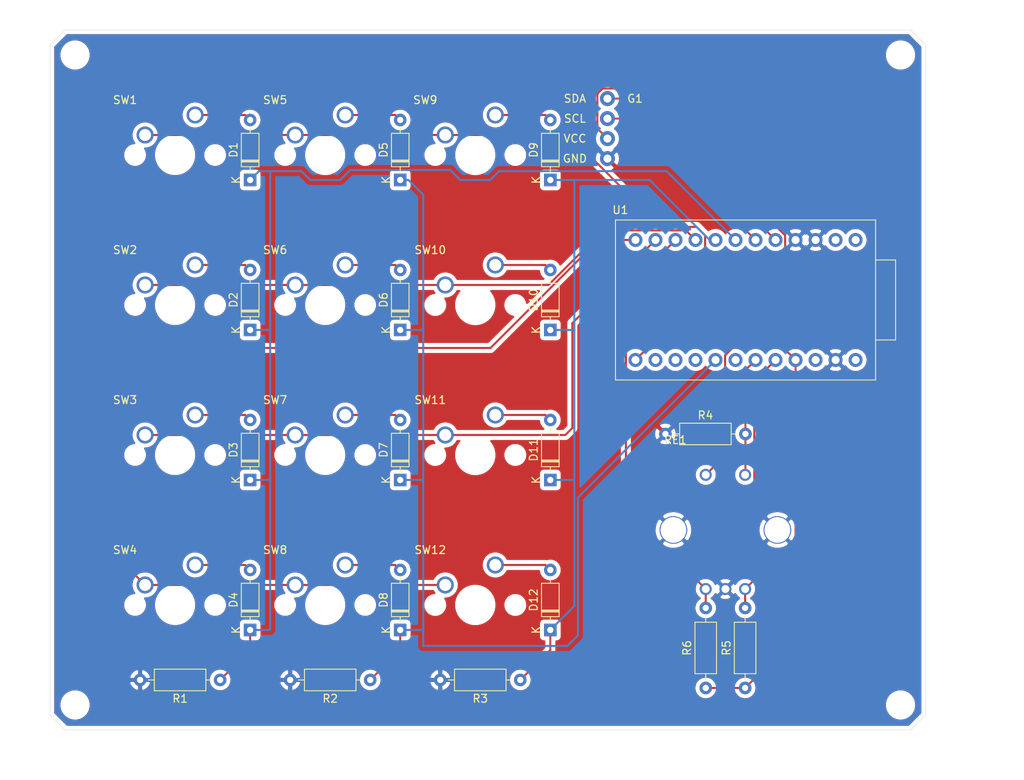
<source format=kicad_pcb>
(kicad_pcb (version 20171130) (host pcbnew "(5.1.9)-1")
  (layers (0 F.Cu signal) (31 B.Cu signal) (34 B.Paste user) (35 F.Paste user) (36 B.SilkS user) (37 F.SilkS user) (38 B.Mask user) (39 F.Mask user) (44 Edge.Cuts user))
  (net 0 "")
  (net 1 "Net-(D1-Pad2)")
  (net 2 /COL0)
  (net 3 "Net-(D2-Pad2)")
  (net 4 "Net-(D3-Pad2)")
  (net 5 "Net-(D4-Pad2)")
  (net 6 /COL1)
  (net 7 "Net-(D5-Pad2)")
  (net 8 "Net-(D6-Pad2)")
  (net 9 "Net-(D7-Pad2)")
  (net 10 "Net-(D8-Pad2)")
  (net 11 "Net-(D9-Pad2)")
  (net 12 /COL2)
  (net 13 "Net-(D10-Pad2)")
  (net 14 "Net-(D11-Pad2)")
  (net 15 "Net-(D12-Pad2)")
  (net 16 GND)
  (net 17 "Net-(R4-Pad2)")
  (net 18 "Net-(R5-Pad2)")
  (net 19 VCC)
  (net 20 /EN_CLK)
  (net 21 /ROW0)
  (net 22 /ROW1)
  (net 23 /ROW2)
  (net 24 /ROW3)
  (net 25 "Net-(U1-Pad1)")
  (net 26 "Net-(U1-Pad2)")
  (net 27 "Net-(U1-Pad14)")
  (net 28 "Net-(U1-Pad15)")
  (net 29 "Net-(U1-Pad16)")
  (net 30 "Net-(U1-Pad18)")
  (net 31 "Net-(U1-Pad22)")
  (net 32 "Net-(U1-Pad24)")
  (net 33 /SDA)
  (net 34 /SCL)
  (module keyboardLib:thinOLED (layer F.Cu) (at 113.6142 37.9222)
    (fp_text reference G1 (at -13.97 -3.81) (layer F.SilkS))
    (fp_text value thinOLED)
    (fp_text user GND (at -21.59 3.81) (layer F.SilkS))
    (fp_text user VCC (at -21.59 1.27) (layer F.SilkS))
    (fp_text user SCL (at -21.59 -1.27) (layer F.SilkS))
    (fp_text user SDA (at -21.59 -3.81) (layer F.SilkS))
    (pad 4 thru_hole circle (at -17.4625 3.81) (size 1.905 1.905) (drill 1.016) (layers *.Cu *.Mask) (net 16 GND))
    (pad 3 thru_hole circle (at -17.4625 1.27) (size 1.905 1.905) (drill 1.016) (layers *.Cu *.Mask) (net 19 VCC))
    (pad 2 thru_hole circle (at -17.4625 -1.27) (size 1.905 1.905) (drill 1.016) (layers *.Cu *.Mask) (net 34 /SCL))
    (pad 1 thru_hole circle (at -17.4625 -3.81) (size 1.905 1.905) (drill 1.016) (layers *.Cu *.Mask) (net 33 /SDA))
  )
  (module MountingHole:MountingHole_2.7mm (layer F.Cu) (at 133.35 28.575)
    (fp_text reference REF**)
    (fp_text value MountingHole_2.7mm)
    (pad 1 np_thru_hole circle (at 0 0) (size 2.7 2.7) (drill 2.7) (layers *.Cu *.Mask))
  )
  (module MountingHole:MountingHole_2.7mm (layer F.Cu) (at 28.575 111.125)
    (fp_text reference REF**)
    (fp_text value MountingHole_2.7mm)
    (pad 1 np_thru_hole circle (at 0 0) (size 2.7 2.7) (drill 2.7) (layers *.Cu *.Mask))
  )
  (module MountingHole:MountingHole_2.7mm (layer F.Cu) (at 28.575 28.575)
    (fp_text reference REF**)
    (fp_text value MountingHole_2.7mm)
    (pad 1 np_thru_hole circle (at 0 0) (size 2.7 2.7) (drill 2.7) (layers *.Cu *.Mask))
  )
  (module MountingHole:MountingHole_2.7mm (layer F.Cu) (at 133.35 111.125)
    (fp_text reference REF**)
    (fp_text value MountingHole_2.7mm)
    (pad 1 np_thru_hole circle (at 0 0) (size 2.7 2.7) (drill 2.7) (layers *.Cu *.Mask))
  )
  (module keyboardLib:cherryMX (layer F.Cu) (at 41.275 41.275)
    (fp_text reference SW1 (at -6.35 -6.985) (layer F.SilkS))
    (fp_text value SW_Push)
    (pad "" np_thru_hole circle (at 5.08 0) (size 1.7526 1.7526) (drill 1.7526) (layers *.Cu *.Mask))
    (pad "" np_thru_hole circle (at -5.08 0) (size 1.7526 1.7526) (drill 1.7526) (layers *.Cu *.Mask))
    (pad "" np_thru_hole circle (at 0 0) (size 4.0894 4.0894) (drill 4.0894) (layers *.Cu *.Mask))
    (pad 2 thru_hole circle (at 2.54 -5.08) (size 2.159 2.159) (drill 1.524) (layers *.Cu *.Mask) (net 1 "Net-(D1-Pad2)"))
    (pad 1 thru_hole circle (at -3.81 -2.54) (size 2.159 2.159) (drill 1.524) (layers *.Cu *.Mask) (net 21 /ROW0))
  )
  (module keyboardLib:cherryMX (layer F.Cu) (at 41.275 60.325)
    (fp_text reference SW2 (at -6.35 -6.985) (layer F.SilkS))
    (fp_text value SW_Push)
    (pad "" np_thru_hole circle (at 5.08 0) (size 1.7526 1.7526) (drill 1.7526) (layers *.Cu *.Mask))
    (pad "" np_thru_hole circle (at -5.08 0) (size 1.7526 1.7526) (drill 1.7526) (layers *.Cu *.Mask))
    (pad "" np_thru_hole circle (at 0 0) (size 4.0894 4.0894) (drill 4.0894) (layers *.Cu *.Mask))
    (pad 2 thru_hole circle (at 2.54 -5.08) (size 2.159 2.159) (drill 1.524) (layers *.Cu *.Mask) (net 3 "Net-(D2-Pad2)"))
    (pad 1 thru_hole circle (at -3.81 -2.54) (size 2.159 2.159) (drill 1.524) (layers *.Cu *.Mask) (net 22 /ROW1))
  )
  (module keyboardLib:ProMicro (layer F.Cu) (at 130.1877 57.15 270)
    (fp_text reference U1 (at -8.89 32.3977 180) (layer F.SilkS))
    (fp_text value ProMicro)
    (fp_line (start -7.62 33.02) (end -7.62 0) (layer F.SilkS) (width 0.12))
    (fp_line (start -7.62 0) (end 12.7 0) (layer F.SilkS) (width 0.12))
    (fp_line (start 12.7 0) (end 12.7 33.02) (layer F.SilkS) (width 0.12))
    (fp_line (start 12.7 33.02) (end -7.62 33.02) (layer F.SilkS) (width 0.12))
    (fp_line (start -2.54 0) (end -2.54 -2.54) (layer F.SilkS) (width 0.12))
    (fp_line (start -2.54 -2.54) (end 7.62 -2.54) (layer F.SilkS) (width 0.12))
    (fp_line (start 7.62 -2.54) (end 7.62 0) (layer F.SilkS) (width 0.12))
    (pad 24 thru_hole circle (at 10.16 2.54 270) (size 1.778 1.778) (drill 1.016) (layers *.Cu *.Mask) (net 32 "Net-(U1-Pad24)"))
    (pad 23 thru_hole circle (at 10.16 5.08 270) (size 1.778 1.778) (drill 1.016) (layers *.Cu *.Mask) (net 16 GND))
    (pad 22 thru_hole circle (at 10.16 7.62 270) (size 1.778 1.778) (drill 1.016) (layers *.Cu *.Mask) (net 31 "Net-(U1-Pad22)"))
    (pad 21 thru_hole circle (at 10.16 10.16 270) (size 1.778 1.778) (drill 1.016) (layers *.Cu *.Mask) (net 19 VCC))
    (pad 20 thru_hole circle (at 10.16 12.7 270) (size 1.778 1.778) (drill 1.016) (layers *.Cu *.Mask) (net 18 "Net-(R5-Pad2)"))
    (pad 19 thru_hole circle (at 10.16 15.24 270) (size 1.778 1.778) (drill 1.016) (layers *.Cu *.Mask) (net 17 "Net-(R4-Pad2)"))
    (pad 18 thru_hole circle (at 10.16 17.78 270) (size 1.778 1.778) (drill 1.016) (layers *.Cu *.Mask) (net 30 "Net-(U1-Pad18)"))
    (pad 17 thru_hole circle (at 10.16 20.32 270) (size 1.778 1.778) (drill 1.016) (layers *.Cu *.Mask) (net 6 /COL1))
    (pad 16 thru_hole circle (at 10.16 22.86 270) (size 1.778 1.778) (drill 1.016) (layers *.Cu *.Mask) (net 29 "Net-(U1-Pad16)"))
    (pad 15 thru_hole circle (at 10.16 25.4 270) (size 1.778 1.778) (drill 1.016) (layers *.Cu *.Mask) (net 28 "Net-(U1-Pad15)"))
    (pad 14 thru_hole circle (at 10.16 27.94 270) (size 1.778 1.778) (drill 1.016) (layers *.Cu *.Mask) (net 27 "Net-(U1-Pad14)"))
    (pad 13 thru_hole circle (at 10.16 30.48 270) (size 1.778 1.778) (drill 1.016) (layers *.Cu *.Mask) (net 21 /ROW0))
    (pad 12 thru_hole circle (at -5.08 30.48 270) (size 1.778 1.778) (drill 1.016) (layers *.Cu *.Mask) (net 24 /ROW3))
    (pad 11 thru_hole circle (at -5.08 27.94 270) (size 1.778 1.778) (drill 1.016) (layers *.Cu *.Mask) (net 23 /ROW2))
    (pad 10 thru_hole circle (at -5.08 25.4 270) (size 1.778 1.778) (drill 1.016) (layers *.Cu *.Mask) (net 20 /EN_CLK))
    (pad 9 thru_hole circle (at -5.08 22.86 270) (size 1.778 1.778) (drill 1.016) (layers *.Cu *.Mask) (net 22 /ROW1))
    (pad 8 thru_hole circle (at -5.08 20.32 270) (size 1.778 1.778) (drill 1.016) (layers *.Cu *.Mask) (net 12 /COL2))
    (pad 7 thru_hole circle (at -5.08 17.78 270) (size 1.778 1.778) (drill 1.016) (layers *.Cu *.Mask) (net 2 /COL0))
    (pad 6 thru_hole circle (at -5.08 15.24 270) (size 1.778 1.778) (drill 1.016) (layers *.Cu *.Mask) (net 34 /SCL))
    (pad 5 thru_hole circle (at -5.08 12.7 270) (size 1.778 1.778) (drill 1.016) (layers *.Cu *.Mask) (net 33 /SDA))
    (pad 4 thru_hole circle (at -5.08 10.16 270) (size 1.778 1.778) (drill 1.016) (layers *.Cu *.Mask) (net 16 GND))
    (pad 3 thru_hole circle (at -5.08 7.62 270) (size 1.778 1.778) (drill 1.016) (layers *.Cu *.Mask) (net 16 GND))
    (pad 2 thru_hole circle (at -5.08 5.08 270) (size 1.778 1.778) (drill 1.016) (layers *.Cu *.Mask) (net 26 "Net-(U1-Pad2)"))
    (pad 1 thru_hole circle (at -5.08 2.54 270) (size 1.778 1.778) (drill 1.016) (layers *.Cu *.Mask) (net 25 "Net-(U1-Pad1)"))
  )
  (module keyboardLib:cherryMX (layer F.Cu) (at 60.325 98.425)
    (fp_text reference SW8 (at -6.35 -6.985) (layer F.SilkS))
    (fp_text value SW_Push)
    (pad "" np_thru_hole circle (at 5.08 0) (size 1.7526 1.7526) (drill 1.7526) (layers *.Cu *.Mask))
    (pad "" np_thru_hole circle (at -5.08 0) (size 1.7526 1.7526) (drill 1.7526) (layers *.Cu *.Mask))
    (pad "" np_thru_hole circle (at 0 0) (size 4.0894 4.0894) (drill 4.0894) (layers *.Cu *.Mask))
    (pad 2 thru_hole circle (at 2.54 -5.08) (size 2.159 2.159) (drill 1.524) (layers *.Cu *.Mask) (net 10 "Net-(D8-Pad2)"))
    (pad 1 thru_hole circle (at -3.81 -2.54) (size 2.159 2.159) (drill 1.524) (layers *.Cu *.Mask) (net 24 /ROW3))
  )
  (module keyboardLib:cherryMX (layer F.Cu) (at 60.325 79.375)
    (fp_text reference SW7 (at -6.35 -6.985) (layer F.SilkS))
    (fp_text value SW_Push)
    (pad "" np_thru_hole circle (at 5.08 0) (size 1.7526 1.7526) (drill 1.7526) (layers *.Cu *.Mask))
    (pad "" np_thru_hole circle (at -5.08 0) (size 1.7526 1.7526) (drill 1.7526) (layers *.Cu *.Mask))
    (pad "" np_thru_hole circle (at 0 0) (size 4.0894 4.0894) (drill 4.0894) (layers *.Cu *.Mask))
    (pad 2 thru_hole circle (at 2.54 -5.08) (size 2.159 2.159) (drill 1.524) (layers *.Cu *.Mask) (net 9 "Net-(D7-Pad2)"))
    (pad 1 thru_hole circle (at -3.81 -2.54) (size 2.159 2.159) (drill 1.524) (layers *.Cu *.Mask) (net 23 /ROW2))
  )
  (module Diode_THT:D_DO-35_SOD27_P7.62mm_Horizontal (layer F.Cu) (at 50.8 44.45 90)
    (fp_text reference D1 (at 3.81 -2.12 90) (layer F.SilkS))
    (fp_text value D)
    (fp_text user K (at 0 -1.8 90) (layer F.SilkS))
    (fp_line (start 1.69 -1.12) (end 1.69 1.12) (layer F.SilkS) (width 0.12))
    (fp_line (start 1.69 1.12) (end 5.93 1.12) (layer F.SilkS) (width 0.12))
    (fp_line (start 5.93 1.12) (end 5.93 -1.12) (layer F.SilkS) (width 0.12))
    (fp_line (start 5.93 -1.12) (end 1.69 -1.12) (layer F.SilkS) (width 0.12))
    (fp_line (start 1.04 0) (end 1.69 0) (layer F.SilkS) (width 0.12))
    (fp_line (start 6.58 0) (end 5.93 0) (layer F.SilkS) (width 0.12))
    (fp_line (start 2.41 -1.12) (end 2.41 1.12) (layer F.SilkS) (width 0.12))
    (fp_line (start 2.53 -1.12) (end 2.53 1.12) (layer F.SilkS) (width 0.12))
    (fp_line (start 2.29 -1.12) (end 2.29 1.12) (layer F.SilkS) (width 0.12))
    (pad 2 thru_hole oval (at 7.62 0 90) (size 1.6 1.6) (drill 0.8) (layers *.Cu *.Mask) (net 1 "Net-(D1-Pad2)"))
    (pad 1 thru_hole rect (at 0 0 90) (size 1.6 1.6) (drill 0.8) (layers *.Cu *.Mask) (net 2 /COL0))
  )
  (module Diode_THT:D_DO-35_SOD27_P7.62mm_Horizontal (layer F.Cu) (at 50.8 63.5 90)
    (fp_text reference D2 (at 3.81 -2.12 90) (layer F.SilkS))
    (fp_text value D)
    (fp_text user K (at 0 -1.8 90) (layer F.SilkS))
    (fp_line (start 1.69 -1.12) (end 1.69 1.12) (layer F.SilkS) (width 0.12))
    (fp_line (start 1.69 1.12) (end 5.93 1.12) (layer F.SilkS) (width 0.12))
    (fp_line (start 5.93 1.12) (end 5.93 -1.12) (layer F.SilkS) (width 0.12))
    (fp_line (start 5.93 -1.12) (end 1.69 -1.12) (layer F.SilkS) (width 0.12))
    (fp_line (start 1.04 0) (end 1.69 0) (layer F.SilkS) (width 0.12))
    (fp_line (start 6.58 0) (end 5.93 0) (layer F.SilkS) (width 0.12))
    (fp_line (start 2.41 -1.12) (end 2.41 1.12) (layer F.SilkS) (width 0.12))
    (fp_line (start 2.53 -1.12) (end 2.53 1.12) (layer F.SilkS) (width 0.12))
    (fp_line (start 2.29 -1.12) (end 2.29 1.12) (layer F.SilkS) (width 0.12))
    (pad 2 thru_hole oval (at 7.62 0 90) (size 1.6 1.6) (drill 0.8) (layers *.Cu *.Mask) (net 3 "Net-(D2-Pad2)"))
    (pad 1 thru_hole rect (at 0 0 90) (size 1.6 1.6) (drill 0.8) (layers *.Cu *.Mask) (net 2 /COL0))
  )
  (module Diode_THT:D_DO-35_SOD27_P7.62mm_Horizontal (layer F.Cu) (at 50.8 82.55 90)
    (fp_text reference D3 (at 3.81 -2.12 90) (layer F.SilkS))
    (fp_text value D)
    (fp_text user K (at 0 -1.8 90) (layer F.SilkS))
    (fp_line (start 1.69 -1.12) (end 1.69 1.12) (layer F.SilkS) (width 0.12))
    (fp_line (start 1.69 1.12) (end 5.93 1.12) (layer F.SilkS) (width 0.12))
    (fp_line (start 5.93 1.12) (end 5.93 -1.12) (layer F.SilkS) (width 0.12))
    (fp_line (start 5.93 -1.12) (end 1.69 -1.12) (layer F.SilkS) (width 0.12))
    (fp_line (start 1.04 0) (end 1.69 0) (layer F.SilkS) (width 0.12))
    (fp_line (start 6.58 0) (end 5.93 0) (layer F.SilkS) (width 0.12))
    (fp_line (start 2.41 -1.12) (end 2.41 1.12) (layer F.SilkS) (width 0.12))
    (fp_line (start 2.53 -1.12) (end 2.53 1.12) (layer F.SilkS) (width 0.12))
    (fp_line (start 2.29 -1.12) (end 2.29 1.12) (layer F.SilkS) (width 0.12))
    (pad 2 thru_hole oval (at 7.62 0 90) (size 1.6 1.6) (drill 0.8) (layers *.Cu *.Mask) (net 4 "Net-(D3-Pad2)"))
    (pad 1 thru_hole rect (at 0 0 90) (size 1.6 1.6) (drill 0.8) (layers *.Cu *.Mask) (net 2 /COL0))
  )
  (module Diode_THT:D_DO-35_SOD27_P7.62mm_Horizontal (layer F.Cu) (at 50.8 101.6 90)
    (fp_text reference D4 (at 3.81 -2.12 90) (layer F.SilkS))
    (fp_text value D)
    (fp_text user K (at 0 -1.8 90) (layer F.SilkS))
    (fp_line (start 1.69 -1.12) (end 1.69 1.12) (layer F.SilkS) (width 0.12))
    (fp_line (start 1.69 1.12) (end 5.93 1.12) (layer F.SilkS) (width 0.12))
    (fp_line (start 5.93 1.12) (end 5.93 -1.12) (layer F.SilkS) (width 0.12))
    (fp_line (start 5.93 -1.12) (end 1.69 -1.12) (layer F.SilkS) (width 0.12))
    (fp_line (start 1.04 0) (end 1.69 0) (layer F.SilkS) (width 0.12))
    (fp_line (start 6.58 0) (end 5.93 0) (layer F.SilkS) (width 0.12))
    (fp_line (start 2.41 -1.12) (end 2.41 1.12) (layer F.SilkS) (width 0.12))
    (fp_line (start 2.53 -1.12) (end 2.53 1.12) (layer F.SilkS) (width 0.12))
    (fp_line (start 2.29 -1.12) (end 2.29 1.12) (layer F.SilkS) (width 0.12))
    (pad 2 thru_hole oval (at 7.62 0 90) (size 1.6 1.6) (drill 0.8) (layers *.Cu *.Mask) (net 5 "Net-(D4-Pad2)"))
    (pad 1 thru_hole rect (at 0 0 90) (size 1.6 1.6) (drill 0.8) (layers *.Cu *.Mask) (net 2 /COL0))
  )
  (module Diode_THT:D_DO-35_SOD27_P7.62mm_Horizontal (layer F.Cu) (at 69.85 44.45 90)
    (fp_text reference D5 (at 3.81 -2.12 90) (layer F.SilkS))
    (fp_text value D)
    (fp_text user K (at 0 -1.8 90) (layer F.SilkS))
    (fp_line (start 1.69 -1.12) (end 1.69 1.12) (layer F.SilkS) (width 0.12))
    (fp_line (start 1.69 1.12) (end 5.93 1.12) (layer F.SilkS) (width 0.12))
    (fp_line (start 5.93 1.12) (end 5.93 -1.12) (layer F.SilkS) (width 0.12))
    (fp_line (start 5.93 -1.12) (end 1.69 -1.12) (layer F.SilkS) (width 0.12))
    (fp_line (start 1.04 0) (end 1.69 0) (layer F.SilkS) (width 0.12))
    (fp_line (start 6.58 0) (end 5.93 0) (layer F.SilkS) (width 0.12))
    (fp_line (start 2.41 -1.12) (end 2.41 1.12) (layer F.SilkS) (width 0.12))
    (fp_line (start 2.53 -1.12) (end 2.53 1.12) (layer F.SilkS) (width 0.12))
    (fp_line (start 2.29 -1.12) (end 2.29 1.12) (layer F.SilkS) (width 0.12))
    (pad 2 thru_hole oval (at 7.62 0 90) (size 1.6 1.6) (drill 0.8) (layers *.Cu *.Mask) (net 7 "Net-(D5-Pad2)"))
    (pad 1 thru_hole rect (at 0 0 90) (size 1.6 1.6) (drill 0.8) (layers *.Cu *.Mask) (net 6 /COL1))
  )
  (module Diode_THT:D_DO-35_SOD27_P7.62mm_Horizontal (layer F.Cu) (at 69.85 63.5 90)
    (fp_text reference D6 (at 3.81 -2.12 90) (layer F.SilkS))
    (fp_text value D)
    (fp_text user K (at 0 -1.8 90) (layer F.SilkS))
    (fp_line (start 1.69 -1.12) (end 1.69 1.12) (layer F.SilkS) (width 0.12))
    (fp_line (start 1.69 1.12) (end 5.93 1.12) (layer F.SilkS) (width 0.12))
    (fp_line (start 5.93 1.12) (end 5.93 -1.12) (layer F.SilkS) (width 0.12))
    (fp_line (start 5.93 -1.12) (end 1.69 -1.12) (layer F.SilkS) (width 0.12))
    (fp_line (start 1.04 0) (end 1.69 0) (layer F.SilkS) (width 0.12))
    (fp_line (start 6.58 0) (end 5.93 0) (layer F.SilkS) (width 0.12))
    (fp_line (start 2.41 -1.12) (end 2.41 1.12) (layer F.SilkS) (width 0.12))
    (fp_line (start 2.53 -1.12) (end 2.53 1.12) (layer F.SilkS) (width 0.12))
    (fp_line (start 2.29 -1.12) (end 2.29 1.12) (layer F.SilkS) (width 0.12))
    (pad 2 thru_hole oval (at 7.62 0 90) (size 1.6 1.6) (drill 0.8) (layers *.Cu *.Mask) (net 8 "Net-(D6-Pad2)"))
    (pad 1 thru_hole rect (at 0 0 90) (size 1.6 1.6) (drill 0.8) (layers *.Cu *.Mask) (net 6 /COL1))
  )
  (module Diode_THT:D_DO-35_SOD27_P7.62mm_Horizontal (layer F.Cu) (at 69.85 82.55 90)
    (fp_text reference D7 (at 3.81 -2.12 90) (layer F.SilkS))
    (fp_text value D)
    (fp_text user K (at 0 -1.8 90) (layer F.SilkS))
    (fp_line (start 1.69 -1.12) (end 1.69 1.12) (layer F.SilkS) (width 0.12))
    (fp_line (start 1.69 1.12) (end 5.93 1.12) (layer F.SilkS) (width 0.12))
    (fp_line (start 5.93 1.12) (end 5.93 -1.12) (layer F.SilkS) (width 0.12))
    (fp_line (start 5.93 -1.12) (end 1.69 -1.12) (layer F.SilkS) (width 0.12))
    (fp_line (start 1.04 0) (end 1.69 0) (layer F.SilkS) (width 0.12))
    (fp_line (start 6.58 0) (end 5.93 0) (layer F.SilkS) (width 0.12))
    (fp_line (start 2.41 -1.12) (end 2.41 1.12) (layer F.SilkS) (width 0.12))
    (fp_line (start 2.53 -1.12) (end 2.53 1.12) (layer F.SilkS) (width 0.12))
    (fp_line (start 2.29 -1.12) (end 2.29 1.12) (layer F.SilkS) (width 0.12))
    (pad 2 thru_hole oval (at 7.62 0 90) (size 1.6 1.6) (drill 0.8) (layers *.Cu *.Mask) (net 9 "Net-(D7-Pad2)"))
    (pad 1 thru_hole rect (at 0 0 90) (size 1.6 1.6) (drill 0.8) (layers *.Cu *.Mask) (net 6 /COL1))
  )
  (module Diode_THT:D_DO-35_SOD27_P7.62mm_Horizontal (layer F.Cu) (at 69.85 101.6 90)
    (fp_text reference D8 (at 3.81 -2.12 90) (layer F.SilkS))
    (fp_text value D)
    (fp_text user K (at 0 -1.8 90) (layer F.SilkS))
    (fp_line (start 1.69 -1.12) (end 1.69 1.12) (layer F.SilkS) (width 0.12))
    (fp_line (start 1.69 1.12) (end 5.93 1.12) (layer F.SilkS) (width 0.12))
    (fp_line (start 5.93 1.12) (end 5.93 -1.12) (layer F.SilkS) (width 0.12))
    (fp_line (start 5.93 -1.12) (end 1.69 -1.12) (layer F.SilkS) (width 0.12))
    (fp_line (start 1.04 0) (end 1.69 0) (layer F.SilkS) (width 0.12))
    (fp_line (start 6.58 0) (end 5.93 0) (layer F.SilkS) (width 0.12))
    (fp_line (start 2.41 -1.12) (end 2.41 1.12) (layer F.SilkS) (width 0.12))
    (fp_line (start 2.53 -1.12) (end 2.53 1.12) (layer F.SilkS) (width 0.12))
    (fp_line (start 2.29 -1.12) (end 2.29 1.12) (layer F.SilkS) (width 0.12))
    (pad 2 thru_hole oval (at 7.62 0 90) (size 1.6 1.6) (drill 0.8) (layers *.Cu *.Mask) (net 10 "Net-(D8-Pad2)"))
    (pad 1 thru_hole rect (at 0 0 90) (size 1.6 1.6) (drill 0.8) (layers *.Cu *.Mask) (net 6 /COL1))
  )
  (module Diode_THT:D_DO-35_SOD27_P7.62mm_Horizontal (layer F.Cu) (at 88.9 44.45 90)
    (fp_text reference D9 (at 3.81 -2.12 90) (layer F.SilkS))
    (fp_text value D)
    (fp_text user K (at 0 -1.8 90) (layer F.SilkS))
    (fp_line (start 1.69 -1.12) (end 1.69 1.12) (layer F.SilkS) (width 0.12))
    (fp_line (start 1.69 1.12) (end 5.93 1.12) (layer F.SilkS) (width 0.12))
    (fp_line (start 5.93 1.12) (end 5.93 -1.12) (layer F.SilkS) (width 0.12))
    (fp_line (start 5.93 -1.12) (end 1.69 -1.12) (layer F.SilkS) (width 0.12))
    (fp_line (start 1.04 0) (end 1.69 0) (layer F.SilkS) (width 0.12))
    (fp_line (start 6.58 0) (end 5.93 0) (layer F.SilkS) (width 0.12))
    (fp_line (start 2.41 -1.12) (end 2.41 1.12) (layer F.SilkS) (width 0.12))
    (fp_line (start 2.53 -1.12) (end 2.53 1.12) (layer F.SilkS) (width 0.12))
    (fp_line (start 2.29 -1.12) (end 2.29 1.12) (layer F.SilkS) (width 0.12))
    (pad 2 thru_hole oval (at 7.62 0 90) (size 1.6 1.6) (drill 0.8) (layers *.Cu *.Mask) (net 11 "Net-(D9-Pad2)"))
    (pad 1 thru_hole rect (at 0 0 90) (size 1.6 1.6) (drill 0.8) (layers *.Cu *.Mask) (net 12 /COL2))
  )
  (module Diode_THT:D_DO-35_SOD27_P7.62mm_Horizontal (layer F.Cu) (at 88.9 63.5 90)
    (fp_text reference D10 (at 3.81 -2.12 90) (layer F.SilkS))
    (fp_text value D)
    (fp_text user K (at 0 -1.8 90) (layer F.SilkS))
    (fp_line (start 1.69 -1.12) (end 1.69 1.12) (layer F.SilkS) (width 0.12))
    (fp_line (start 1.69 1.12) (end 5.93 1.12) (layer F.SilkS) (width 0.12))
    (fp_line (start 5.93 1.12) (end 5.93 -1.12) (layer F.SilkS) (width 0.12))
    (fp_line (start 5.93 -1.12) (end 1.69 -1.12) (layer F.SilkS) (width 0.12))
    (fp_line (start 1.04 0) (end 1.69 0) (layer F.SilkS) (width 0.12))
    (fp_line (start 6.58 0) (end 5.93 0) (layer F.SilkS) (width 0.12))
    (fp_line (start 2.41 -1.12) (end 2.41 1.12) (layer F.SilkS) (width 0.12))
    (fp_line (start 2.53 -1.12) (end 2.53 1.12) (layer F.SilkS) (width 0.12))
    (fp_line (start 2.29 -1.12) (end 2.29 1.12) (layer F.SilkS) (width 0.12))
    (pad 2 thru_hole oval (at 7.62 0 90) (size 1.6 1.6) (drill 0.8) (layers *.Cu *.Mask) (net 13 "Net-(D10-Pad2)"))
    (pad 1 thru_hole rect (at 0 0 90) (size 1.6 1.6) (drill 0.8) (layers *.Cu *.Mask) (net 12 /COL2))
  )
  (module Diode_THT:D_DO-35_SOD27_P7.62mm_Horizontal (layer F.Cu) (at 88.9 82.55 90)
    (fp_text reference D11 (at 3.81 -2.12 90) (layer F.SilkS))
    (fp_text value D)
    (fp_text user K (at 0 -1.8 90) (layer F.SilkS))
    (fp_line (start 1.69 -1.12) (end 1.69 1.12) (layer F.SilkS) (width 0.12))
    (fp_line (start 1.69 1.12) (end 5.93 1.12) (layer F.SilkS) (width 0.12))
    (fp_line (start 5.93 1.12) (end 5.93 -1.12) (layer F.SilkS) (width 0.12))
    (fp_line (start 5.93 -1.12) (end 1.69 -1.12) (layer F.SilkS) (width 0.12))
    (fp_line (start 1.04 0) (end 1.69 0) (layer F.SilkS) (width 0.12))
    (fp_line (start 6.58 0) (end 5.93 0) (layer F.SilkS) (width 0.12))
    (fp_line (start 2.41 -1.12) (end 2.41 1.12) (layer F.SilkS) (width 0.12))
    (fp_line (start 2.53 -1.12) (end 2.53 1.12) (layer F.SilkS) (width 0.12))
    (fp_line (start 2.29 -1.12) (end 2.29 1.12) (layer F.SilkS) (width 0.12))
    (pad 2 thru_hole oval (at 7.62 0 90) (size 1.6 1.6) (drill 0.8) (layers *.Cu *.Mask) (net 14 "Net-(D11-Pad2)"))
    (pad 1 thru_hole rect (at 0 0 90) (size 1.6 1.6) (drill 0.8) (layers *.Cu *.Mask) (net 12 /COL2))
  )
  (module Diode_THT:D_DO-35_SOD27_P7.62mm_Horizontal (layer F.Cu) (at 88.9 101.6 90)
    (fp_text reference D12 (at 3.81 -2.12 90) (layer F.SilkS))
    (fp_text value D)
    (fp_text user K (at 0 -1.8 90) (layer F.SilkS))
    (fp_line (start 1.69 -1.12) (end 1.69 1.12) (layer F.SilkS) (width 0.12))
    (fp_line (start 1.69 1.12) (end 5.93 1.12) (layer F.SilkS) (width 0.12))
    (fp_line (start 5.93 1.12) (end 5.93 -1.12) (layer F.SilkS) (width 0.12))
    (fp_line (start 5.93 -1.12) (end 1.69 -1.12) (layer F.SilkS) (width 0.12))
    (fp_line (start 1.04 0) (end 1.69 0) (layer F.SilkS) (width 0.12))
    (fp_line (start 6.58 0) (end 5.93 0) (layer F.SilkS) (width 0.12))
    (fp_line (start 2.41 -1.12) (end 2.41 1.12) (layer F.SilkS) (width 0.12))
    (fp_line (start 2.53 -1.12) (end 2.53 1.12) (layer F.SilkS) (width 0.12))
    (fp_line (start 2.29 -1.12) (end 2.29 1.12) (layer F.SilkS) (width 0.12))
    (pad 2 thru_hole oval (at 7.62 0 90) (size 1.6 1.6) (drill 0.8) (layers *.Cu *.Mask) (net 15 "Net-(D12-Pad2)"))
    (pad 1 thru_hole rect (at 0 0 90) (size 1.6 1.6) (drill 0.8) (layers *.Cu *.Mask) (net 12 /COL2))
  )
  (module Resistor_THT:R_Axial_DIN0207_L6.3mm_D2.5mm_P10.16mm_Horizontal (layer F.Cu) (at 46.99 107.95 180)
    (fp_text reference R1 (at 5.08 -2.37) (layer F.SilkS))
    (fp_text value R_US)
    (fp_line (start 1.81 -1.37) (end 1.81 1.37) (layer F.SilkS) (width 0.12))
    (fp_line (start 1.81 1.37) (end 8.35 1.37) (layer F.SilkS) (width 0.12))
    (fp_line (start 8.35 1.37) (end 8.35 -1.37) (layer F.SilkS) (width 0.12))
    (fp_line (start 8.35 -1.37) (end 1.81 -1.37) (layer F.SilkS) (width 0.12))
    (fp_line (start 1.04 0) (end 1.81 0) (layer F.SilkS) (width 0.12))
    (fp_line (start 9.12 0) (end 8.35 0) (layer F.SilkS) (width 0.12))
    (pad 2 thru_hole oval (at 10.16 0 180) (size 1.6 1.6) (drill 0.8) (layers *.Cu *.Mask) (net 16 GND))
    (pad 1 thru_hole circle (at 0 0 180) (size 1.6 1.6) (drill 0.8) (layers *.Cu *.Mask) (net 2 /COL0))
  )
  (module Resistor_THT:R_Axial_DIN0207_L6.3mm_D2.5mm_P10.16mm_Horizontal (layer F.Cu) (at 66.04 107.95 180)
    (fp_text reference R2 (at 5.08 -2.37) (layer F.SilkS))
    (fp_text value R_US)
    (fp_line (start 1.81 -1.37) (end 1.81 1.37) (layer F.SilkS) (width 0.12))
    (fp_line (start 1.81 1.37) (end 8.35 1.37) (layer F.SilkS) (width 0.12))
    (fp_line (start 8.35 1.37) (end 8.35 -1.37) (layer F.SilkS) (width 0.12))
    (fp_line (start 8.35 -1.37) (end 1.81 -1.37) (layer F.SilkS) (width 0.12))
    (fp_line (start 1.04 0) (end 1.81 0) (layer F.SilkS) (width 0.12))
    (fp_line (start 9.12 0) (end 8.35 0) (layer F.SilkS) (width 0.12))
    (pad 2 thru_hole oval (at 10.16 0 180) (size 1.6 1.6) (drill 0.8) (layers *.Cu *.Mask) (net 16 GND))
    (pad 1 thru_hole circle (at 0 0 180) (size 1.6 1.6) (drill 0.8) (layers *.Cu *.Mask) (net 6 /COL1))
  )
  (module Resistor_THT:R_Axial_DIN0207_L6.3mm_D2.5mm_P10.16mm_Horizontal (layer F.Cu) (at 85.09 107.95 180)
    (fp_text reference R3 (at 5.08 -2.37) (layer F.SilkS))
    (fp_text value R_US)
    (fp_line (start 1.81 -1.37) (end 1.81 1.37) (layer F.SilkS) (width 0.12))
    (fp_line (start 1.81 1.37) (end 8.35 1.37) (layer F.SilkS) (width 0.12))
    (fp_line (start 8.35 1.37) (end 8.35 -1.37) (layer F.SilkS) (width 0.12))
    (fp_line (start 8.35 -1.37) (end 1.81 -1.37) (layer F.SilkS) (width 0.12))
    (fp_line (start 1.04 0) (end 1.81 0) (layer F.SilkS) (width 0.12))
    (fp_line (start 9.12 0) (end 8.35 0) (layer F.SilkS) (width 0.12))
    (pad 2 thru_hole oval (at 10.16 0 180) (size 1.6 1.6) (drill 0.8) (layers *.Cu *.Mask) (net 16 GND))
    (pad 1 thru_hole circle (at 0 0 180) (size 1.6 1.6) (drill 0.8) (layers *.Cu *.Mask) (net 12 /COL2))
  )
  (module Resistor_THT:R_Axial_DIN0207_L6.3mm_D2.5mm_P10.16mm_Horizontal (layer F.Cu) (at 103.505 76.708)
    (fp_text reference R4 (at 5.08 -2.37) (layer F.SilkS))
    (fp_text value R_US)
    (fp_line (start 1.81 -1.37) (end 1.81 1.37) (layer F.SilkS) (width 0.12))
    (fp_line (start 1.81 1.37) (end 8.35 1.37) (layer F.SilkS) (width 0.12))
    (fp_line (start 8.35 1.37) (end 8.35 -1.37) (layer F.SilkS) (width 0.12))
    (fp_line (start 8.35 -1.37) (end 1.81 -1.37) (layer F.SilkS) (width 0.12))
    (fp_line (start 1.04 0) (end 1.81 0) (layer F.SilkS) (width 0.12))
    (fp_line (start 9.12 0) (end 8.35 0) (layer F.SilkS) (width 0.12))
    (pad 2 thru_hole oval (at 10.16 0) (size 1.6 1.6) (drill 0.8) (layers *.Cu *.Mask) (net 17 "Net-(R4-Pad2)"))
    (pad 1 thru_hole circle (at 0 0) (size 1.6 1.6) (drill 0.8) (layers *.Cu *.Mask) (net 16 GND))
  )
  (module Resistor_THT:R_Axial_DIN0207_L6.3mm_D2.5mm_P10.16mm_Horizontal (layer F.Cu) (at 113.625 108.966 90)
    (fp_text reference R5 (at 5.08 -2.37 90) (layer F.SilkS))
    (fp_text value R_US)
    (fp_line (start 1.81 -1.37) (end 1.81 1.37) (layer F.SilkS) (width 0.12))
    (fp_line (start 1.81 1.37) (end 8.35 1.37) (layer F.SilkS) (width 0.12))
    (fp_line (start 8.35 1.37) (end 8.35 -1.37) (layer F.SilkS) (width 0.12))
    (fp_line (start 8.35 -1.37) (end 1.81 -1.37) (layer F.SilkS) (width 0.12))
    (fp_line (start 1.04 0) (end 1.81 0) (layer F.SilkS) (width 0.12))
    (fp_line (start 9.12 0) (end 8.35 0) (layer F.SilkS) (width 0.12))
    (pad 2 thru_hole oval (at 10.16 0 90) (size 1.6 1.6) (drill 0.8) (layers *.Cu *.Mask) (net 18 "Net-(R5-Pad2)"))
    (pad 1 thru_hole circle (at 0 0 90) (size 1.6 1.6) (drill 0.8) (layers *.Cu *.Mask) (net 19 VCC))
  )
  (module Resistor_THT:R_Axial_DIN0207_L6.3mm_D2.5mm_P10.16mm_Horizontal (layer F.Cu) (at 108.625 108.966 90)
    (fp_text reference R6 (at 5.08 -2.37 90) (layer F.SilkS))
    (fp_text value R_US)
    (fp_line (start 1.81 -1.37) (end 1.81 1.37) (layer F.SilkS) (width 0.12))
    (fp_line (start 1.81 1.37) (end 8.35 1.37) (layer F.SilkS) (width 0.12))
    (fp_line (start 8.35 1.37) (end 8.35 -1.37) (layer F.SilkS) (width 0.12))
    (fp_line (start 8.35 -1.37) (end 1.81 -1.37) (layer F.SilkS) (width 0.12))
    (fp_line (start 1.04 0) (end 1.81 0) (layer F.SilkS) (width 0.12))
    (fp_line (start 9.12 0) (end 8.35 0) (layer F.SilkS) (width 0.12))
    (pad 2 thru_hole oval (at 10.16 0 90) (size 1.6 1.6) (drill 0.8) (layers *.Cu *.Mask) (net 20 /EN_CLK))
    (pad 1 thru_hole circle (at 0 0 90) (size 1.6 1.6) (drill 0.8) (layers *.Cu *.Mask) (net 19 VCC))
  )
  (module keyboardLib:REnc-PEC12R-Bourns (layer F.Cu) (at 111.125 88.9)
    (fp_text reference RE1 (at -6.35 -11.43) (layer F.SilkS))
    (fp_text value RotaryEncoderWButton)
    (pad 7 thru_hole circle (at -6.6 0) (size 3.5 3.5) (drill 3.25) (layers *.Cu *.Mask) (net 16 GND))
    (pad 6 thru_hole circle (at 6.6 0) (size 3.5 3.5) (drill 3.25) (layers *.Cu *.Mask) (net 16 GND))
    (pad 5 thru_hole circle (at -2.5 7.5) (size 1.524 1.524) (drill 1) (layers *.Cu *.Mask) (net 20 /EN_CLK))
    (pad 4 thru_hole circle (at 0 7.5) (size 1.524 1.524) (drill 1) (layers *.Cu *.Mask) (net 16 GND))
    (pad 3 thru_hole circle (at 2.5 7.5) (size 1.524 1.524) (drill 1) (layers *.Cu *.Mask) (net 18 "Net-(R5-Pad2)"))
    (pad 2 thru_hole circle (at 2.5 -7) (size 1.524 1.524) (drill 1) (layers *.Cu *.Mask) (net 17 "Net-(R4-Pad2)"))
    (pad 1 thru_hole circle (at -2.5 -7) (size 1.524 1.524) (drill 1) (layers *.Cu *.Mask) (net 19 VCC))
  )
  (module keyboardLib:cherryMX (layer F.Cu) (at 41.275 79.375)
    (fp_text reference SW3 (at -6.35 -6.985) (layer F.SilkS))
    (fp_text value SW_Push)
    (pad "" np_thru_hole circle (at 5.08 0) (size 1.7526 1.7526) (drill 1.7526) (layers *.Cu *.Mask))
    (pad "" np_thru_hole circle (at -5.08 0) (size 1.7526 1.7526) (drill 1.7526) (layers *.Cu *.Mask))
    (pad "" np_thru_hole circle (at 0 0) (size 4.0894 4.0894) (drill 4.0894) (layers *.Cu *.Mask))
    (pad 2 thru_hole circle (at 2.54 -5.08) (size 2.159 2.159) (drill 1.524) (layers *.Cu *.Mask) (net 4 "Net-(D3-Pad2)"))
    (pad 1 thru_hole circle (at -3.81 -2.54) (size 2.159 2.159) (drill 1.524) (layers *.Cu *.Mask) (net 23 /ROW2))
  )
  (module keyboardLib:cherryMX (layer F.Cu) (at 41.275 98.425)
    (fp_text reference SW4 (at -6.35 -6.985) (layer F.SilkS))
    (fp_text value SW_Push)
    (pad "" np_thru_hole circle (at 5.08 0) (size 1.7526 1.7526) (drill 1.7526) (layers *.Cu *.Mask))
    (pad "" np_thru_hole circle (at -5.08 0) (size 1.7526 1.7526) (drill 1.7526) (layers *.Cu *.Mask))
    (pad "" np_thru_hole circle (at 0 0) (size 4.0894 4.0894) (drill 4.0894) (layers *.Cu *.Mask))
    (pad 2 thru_hole circle (at 2.54 -5.08) (size 2.159 2.159) (drill 1.524) (layers *.Cu *.Mask) (net 5 "Net-(D4-Pad2)"))
    (pad 1 thru_hole circle (at -3.81 -2.54) (size 2.159 2.159) (drill 1.524) (layers *.Cu *.Mask) (net 24 /ROW3))
  )
  (module keyboardLib:cherryMX (layer F.Cu) (at 60.325 41.275)
    (fp_text reference SW5 (at -6.35 -6.985) (layer F.SilkS))
    (fp_text value SW_Push)
    (pad "" np_thru_hole circle (at 5.08 0) (size 1.7526 1.7526) (drill 1.7526) (layers *.Cu *.Mask))
    (pad "" np_thru_hole circle (at -5.08 0) (size 1.7526 1.7526) (drill 1.7526) (layers *.Cu *.Mask))
    (pad "" np_thru_hole circle (at 0 0) (size 4.0894 4.0894) (drill 4.0894) (layers *.Cu *.Mask))
    (pad 2 thru_hole circle (at 2.54 -5.08) (size 2.159 2.159) (drill 1.524) (layers *.Cu *.Mask) (net 7 "Net-(D5-Pad2)"))
    (pad 1 thru_hole circle (at -3.81 -2.54) (size 2.159 2.159) (drill 1.524) (layers *.Cu *.Mask) (net 21 /ROW0))
  )
  (module keyboardLib:cherryMX (layer F.Cu) (at 60.325 60.325)
    (fp_text reference SW6 (at -6.35 -6.985) (layer F.SilkS))
    (fp_text value SW_Push)
    (pad "" np_thru_hole circle (at 5.08 0) (size 1.7526 1.7526) (drill 1.7526) (layers *.Cu *.Mask))
    (pad "" np_thru_hole circle (at -5.08 0) (size 1.7526 1.7526) (drill 1.7526) (layers *.Cu *.Mask))
    (pad "" np_thru_hole circle (at 0 0) (size 4.0894 4.0894) (drill 4.0894) (layers *.Cu *.Mask))
    (pad 2 thru_hole circle (at 2.54 -5.08) (size 2.159 2.159) (drill 1.524) (layers *.Cu *.Mask) (net 8 "Net-(D6-Pad2)"))
    (pad 1 thru_hole circle (at -3.81 -2.54) (size 2.159 2.159) (drill 1.524) (layers *.Cu *.Mask) (net 22 /ROW1))
  )
  (module keyboardLib:cherryMX (layer F.Cu) (at 79.375 41.275)
    (fp_text reference SW9 (at -6.35 -6.985) (layer F.SilkS))
    (fp_text value SW_Push)
    (pad "" np_thru_hole circle (at 5.08 0) (size 1.7526 1.7526) (drill 1.7526) (layers *.Cu *.Mask))
    (pad "" np_thru_hole circle (at -5.08 0) (size 1.7526 1.7526) (drill 1.7526) (layers *.Cu *.Mask))
    (pad "" np_thru_hole circle (at 0 0) (size 4.0894 4.0894) (drill 4.0894) (layers *.Cu *.Mask))
    (pad 2 thru_hole circle (at 2.54 -5.08) (size 2.159 2.159) (drill 1.524) (layers *.Cu *.Mask) (net 11 "Net-(D9-Pad2)"))
    (pad 1 thru_hole circle (at -3.81 -2.54) (size 2.159 2.159) (drill 1.524) (layers *.Cu *.Mask) (net 21 /ROW0))
  )
  (module keyboardLib:cherryMX (layer F.Cu) (at 79.375 60.325)
    (fp_text reference SW10 (at -5.715 -6.985) (layer F.SilkS))
    (fp_text value SW_Push)
    (pad "" np_thru_hole circle (at 5.08 0) (size 1.7526 1.7526) (drill 1.7526) (layers *.Cu *.Mask))
    (pad "" np_thru_hole circle (at -5.08 0) (size 1.7526 1.7526) (drill 1.7526) (layers *.Cu *.Mask))
    (pad "" np_thru_hole circle (at 0 0) (size 4.0894 4.0894) (drill 4.0894) (layers *.Cu *.Mask))
    (pad 2 thru_hole circle (at 2.54 -5.08) (size 2.159 2.159) (drill 1.524) (layers *.Cu *.Mask) (net 13 "Net-(D10-Pad2)"))
    (pad 1 thru_hole circle (at -3.81 -2.54) (size 2.159 2.159) (drill 1.524) (layers *.Cu *.Mask) (net 22 /ROW1))
  )
  (module keyboardLib:cherryMX (layer F.Cu) (at 79.375 79.375)
    (fp_text reference SW11 (at -5.715 -6.985) (layer F.SilkS))
    (fp_text value SW_Push)
    (pad "" np_thru_hole circle (at 5.08 0) (size 1.7526 1.7526) (drill 1.7526) (layers *.Cu *.Mask))
    (pad "" np_thru_hole circle (at -5.08 0) (size 1.7526 1.7526) (drill 1.7526) (layers *.Cu *.Mask))
    (pad "" np_thru_hole circle (at 0 0) (size 4.0894 4.0894) (drill 4.0894) (layers *.Cu *.Mask))
    (pad 2 thru_hole circle (at 2.54 -5.08) (size 2.159 2.159) (drill 1.524) (layers *.Cu *.Mask) (net 14 "Net-(D11-Pad2)"))
    (pad 1 thru_hole circle (at -3.81 -2.54) (size 2.159 2.159) (drill 1.524) (layers *.Cu *.Mask) (net 23 /ROW2))
  )
  (module keyboardLib:cherryMX (layer F.Cu) (at 79.375 98.425)
    (fp_text reference SW12 (at -5.715 -6.985) (layer F.SilkS))
    (fp_text value SW_Push)
    (pad "" np_thru_hole circle (at 5.08 0) (size 1.7526 1.7526) (drill 1.7526) (layers *.Cu *.Mask))
    (pad "" np_thru_hole circle (at -5.08 0) (size 1.7526 1.7526) (drill 1.7526) (layers *.Cu *.Mask))
    (pad "" np_thru_hole circle (at 0 0) (size 4.0894 4.0894) (drill 4.0894) (layers *.Cu *.Mask))
    (pad 2 thru_hole circle (at 2.54 -5.08) (size 2.159 2.159) (drill 1.524) (layers *.Cu *.Mask) (net 15 "Net-(D12-Pad2)"))
    (pad 1 thru_hole circle (at -3.81 -2.54) (size 2.159 2.159) (drill 1.524) (layers *.Cu *.Mask) (net 24 /ROW3))
  )
  (gr_line (start 25.4 112.395) (end 25.4 27.305) (layer Edge.Cuts) (width 0.05))
  (gr_line (start 134.62 114.3) (end 27.305 114.3) (layer Edge.Cuts) (width 0.05))
  (gr_line (start 136.525 27.305) (end 136.525 112.395) (layer Edge.Cuts) (width 0.05))
  (gr_line (start 27.305 25.4) (end 134.62 25.4) (layer Edge.Cuts) (width 0.05))
  (gr_line (start 25.4 112.395) (end 27.305 114.3) (layer Edge.Cuts) (width 0.05))
  (gr_line (start 136.525 112.395) (end 134.62 114.3) (layer Edge.Cuts) (width 0.05))
  (gr_line (start 134.62 25.4) (end 136.525 27.305) (layer Edge.Cuts) (width 0.05))
  (gr_line (start 25.4 27.305) (end 27.305 25.4) (layer Edge.Cuts) (width 0.05))
  (segment (start 50.165 36.195) (end 50.8 36.83) (width 0.254) (layer F.Cu) (net 1))
  (segment (start 43.815 36.195) (end 50.165 36.195) (width 0.254) (layer F.Cu) (net 1))
  (segment (start 50.8 104.14) (end 46.99 107.95) (width 0.254) (layer F.Cu) (net 2))
  (segment (start 50.8 101.6) (end 50.8 104.14) (width 0.254) (layer F.Cu) (net 2))
  (segment (start 50.8 44.45) (end 51.927001 43.322999) (width 0.254) (layer B.Cu) (net 2))
  (segment (start 53.34 101.6) (end 53.34 82.55) (width 0.25) (layer B.Cu) (net 2))
  (segment (start 50.8 101.6) (end 53.34 101.6) (width 0.254) (layer B.Cu) (net 2))
  (segment (start 53.34 82.55) (end 53.34 63.5) (width 0.25) (layer B.Cu) (net 2))
  (segment (start 50.8 63.5) (end 53.34 63.5) (width 0.25) (layer B.Cu) (net 2))
  (segment (start 50.8 82.55) (end 53.34 82.55) (width 0.25) (layer B.Cu) (net 2))
  (segment (start 81.28 44.45) (end 82.405001 43.324999) (width 0.25) (layer B.Cu) (net 2))
  (segment (start 77.47 44.45) (end 81.28 44.45) (width 0.25) (layer B.Cu) (net 2))
  (segment (start 62.23 44.45) (end 63.5 43.18) (width 0.25) (layer B.Cu) (net 2))
  (segment (start 58.42 44.45) (end 62.23 44.45) (width 0.25) (layer B.Cu) (net 2))
  (segment (start 57.292999 43.322999) (end 58.42 44.45) (width 0.25) (layer B.Cu) (net 2))
  (segment (start 82.405001 43.324999) (end 103.662699 43.324999) (width 0.25) (layer B.Cu) (net 2))
  (segment (start 103.662699 43.324999) (end 105.09885 44.76115) (width 0.25) (layer B.Cu) (net 2))
  (segment (start 76.2 43.18) (end 77.47 44.45) (width 0.25) (layer B.Cu) (net 2))
  (segment (start 105.09885 44.76115) (end 112.4077 52.07) (width 0.25) (layer B.Cu) (net 2))
  (segment (start 63.5 43.18) (end 76.2 43.18) (width 0.25) (layer B.Cu) (net 2))
  (segment (start 103.660699 43.322999) (end 105.09885 44.76115) (width 0.25) (layer B.Cu) (net 2))
  (segment (start 53.34 43.465998) (end 53.482999 43.322999) (width 0.25) (layer B.Cu) (net 2))
  (segment (start 53.34 63.5) (end 53.34 43.465998) (width 0.25) (layer B.Cu) (net 2))
  (segment (start 53.482999 43.322999) (end 57.292999 43.322999) (width 0.25) (layer B.Cu) (net 2))
  (segment (start 51.927001 43.322999) (end 53.482999 43.322999) (width 0.25) (layer B.Cu) (net 2))
  (segment (start 50.165 55.245) (end 50.8 55.88) (width 0.254) (layer F.Cu) (net 3))
  (segment (start 43.815 55.245) (end 50.165 55.245) (width 0.254) (layer F.Cu) (net 3))
  (segment (start 50.165 74.295) (end 50.8 74.93) (width 0.254) (layer F.Cu) (net 4))
  (segment (start 43.815 74.295) (end 50.165 74.295) (width 0.254) (layer F.Cu) (net 4))
  (segment (start 50.165 93.345) (end 50.8 93.98) (width 0.254) (layer F.Cu) (net 5))
  (segment (start 43.815 93.345) (end 50.165 93.345) (width 0.254) (layer F.Cu) (net 5))
  (segment (start 69.85 104.14) (end 66.04 107.95) (width 0.254) (layer F.Cu) (net 6))
  (segment (start 69.85 101.6) (end 69.85 104.14) (width 0.254) (layer F.Cu) (net 6))
  (segment (start 69.85 101.6) (end 70.358 101.6) (width 0.254) (layer F.Cu) (net 6))
  (segment (start 70.904 44.45) (end 72.771 46.317) (width 0.254) (layer B.Cu) (net 6))
  (segment (start 69.85 44.45) (end 70.904 44.45) (width 0.254) (layer B.Cu) (net 6))
  (segment (start 72.644 63.5) (end 72.771 63.373) (width 0.254) (layer B.Cu) (net 6))
  (segment (start 69.85 63.5) (end 72.644 63.5) (width 0.254) (layer B.Cu) (net 6))
  (segment (start 72.771 46.317) (end 72.771 63.373) (width 0.254) (layer B.Cu) (net 6))
  (segment (start 69.85 82.55) (end 72.771 82.55) (width 0.254) (layer B.Cu) (net 6))
  (segment (start 72.771 63.373) (end 72.771 82.55) (width 0.254) (layer B.Cu) (net 6))
  (segment (start 72.644 101.6) (end 72.771 101.727) (width 0.254) (layer B.Cu) (net 6))
  (segment (start 69.85 101.6) (end 72.644 101.6) (width 0.254) (layer B.Cu) (net 6))
  (segment (start 72.771 82.55) (end 72.771 101.727) (width 0.254) (layer B.Cu) (net 6))
  (segment (start 92.40201 102.305952) (end 92.40201 84.77569) (width 0.254) (layer B.Cu) (net 6))
  (segment (start 91.075962 103.632) (end 92.40201 102.305952) (width 0.254) (layer B.Cu) (net 6))
  (segment (start 72.771 103.632) (end 91.075962 103.632) (width 0.254) (layer B.Cu) (net 6))
  (segment (start 92.40201 84.77569) (end 109.8677 67.31) (width 0.254) (layer B.Cu) (net 6))
  (segment (start 72.771 101.727) (end 72.771 103.632) (width 0.254) (layer B.Cu) (net 6))
  (segment (start 69.215 36.195) (end 69.85 36.83) (width 0.254) (layer F.Cu) (net 7))
  (segment (start 62.865 36.195) (end 69.215 36.195) (width 0.254) (layer F.Cu) (net 7))
  (segment (start 69.215 55.245) (end 69.85 55.88) (width 0.254) (layer F.Cu) (net 8))
  (segment (start 62.865 55.245) (end 69.215 55.245) (width 0.254) (layer F.Cu) (net 8))
  (segment (start 69.215 74.295) (end 69.85 74.93) (width 0.254) (layer F.Cu) (net 9))
  (segment (start 62.865 74.295) (end 69.215 74.295) (width 0.254) (layer F.Cu) (net 9))
  (segment (start 69.215 93.345) (end 69.85 93.98) (width 0.254) (layer F.Cu) (net 10))
  (segment (start 62.865 93.345) (end 69.215 93.345) (width 0.254) (layer F.Cu) (net 10))
  (segment (start 88.265 36.195) (end 88.9 36.83) (width 0.254) (layer F.Cu) (net 11))
  (segment (start 81.915 36.195) (end 88.265 36.195) (width 0.254) (layer F.Cu) (net 11))
  (segment (start 88.9 104.14) (end 85.09 107.95) (width 0.254) (layer F.Cu) (net 12))
  (segment (start 88.9 101.6) (end 88.9 104.14) (width 0.254) (layer F.Cu) (net 12))
  (segment (start 88.9 101.6) (end 91.948 98.552) (width 0.254) (layer B.Cu) (net 12))
  (segment (start 88.9 44.45) (end 91.948 44.45) (width 0.254) (layer B.Cu) (net 12))
  (segment (start 88.9 63.5) (end 91.948 63.5) (width 0.254) (layer B.Cu) (net 12))
  (segment (start 91.948 63.5) (end 91.948 44.45) (width 0.254) (layer B.Cu) (net 12))
  (segment (start 88.9 82.55) (end 91.948 82.55) (width 0.254) (layer B.Cu) (net 12))
  (segment (start 91.948 82.55) (end 91.948 63.5) (width 0.254) (layer B.Cu) (net 12))
  (segment (start 91.948 98.552) (end 91.948 82.55) (width 0.254) (layer B.Cu) (net 12))
  (segment (start 109.124422 52.07) (end 109.8677 52.07) (width 0.25) (layer B.Cu) (net 12))
  (segment (start 101.504422 44.45) (end 109.124422 52.07) (width 0.25) (layer B.Cu) (net 12))
  (segment (start 91.948 44.45) (end 101.504422 44.45) (width 0.25) (layer B.Cu) (net 12))
  (segment (start 88.265 55.245) (end 88.9 55.88) (width 0.254) (layer F.Cu) (net 13))
  (segment (start 81.915 55.245) (end 88.265 55.245) (width 0.254) (layer F.Cu) (net 13))
  (segment (start 88.265 74.295) (end 88.9 74.93) (width 0.254) (layer F.Cu) (net 14))
  (segment (start 81.915 74.295) (end 88.265 74.295) (width 0.254) (layer F.Cu) (net 14))
  (segment (start 88.265 93.345) (end 88.9 93.98) (width 0.254) (layer F.Cu) (net 15))
  (segment (start 81.915 93.345) (end 88.265 93.345) (width 0.254) (layer F.Cu) (net 15))
  (segment (start 113.665 81.86) (end 113.625 81.9) (width 0.254) (layer F.Cu) (net 17))
  (segment (start 113.665 76.708) (end 113.665 81.86) (width 0.254) (layer F.Cu) (net 17))
  (segment (start 113.665 68.5927) (end 114.9477 67.31) (width 0.254) (layer F.Cu) (net 17))
  (segment (start 113.665 76.708) (end 113.665 68.5927) (width 0.254) (layer F.Cu) (net 17))
  (segment (start 113.625 96.4) (end 113.625 98.806) (width 0.254) (layer F.Cu) (net 18))
  (segment (start 114.792001 70.005699) (end 117.4877 67.31) (width 0.254) (layer F.Cu) (net 18))
  (segment (start 114.792001 95.232999) (end 114.792001 70.005699) (width 0.254) (layer F.Cu) (net 18))
  (segment (start 113.625 96.4) (end 114.792001 95.232999) (width 0.254) (layer F.Cu) (net 18))
  (segment (start 108.625 108.966) (end 113.625 108.966) (width 0.254) (layer F.Cu) (net 19))
  (segment (start 120.0277 67.31) (end 118.2497 65.532) (width 0.254) (layer F.Cu) (net 19))
  (segment (start 111.083701 79.441299) (end 108.625 81.9) (width 0.254) (layer F.Cu) (net 19))
  (segment (start 111.083701 66.726319) (end 111.083701 79.441299) (width 0.254) (layer F.Cu) (net 19))
  (segment (start 112.27802 65.532) (end 111.083701 66.726319) (width 0.254) (layer F.Cu) (net 19))
  (segment (start 120.0277 102.5633) (end 113.625 108.966) (width 0.254) (layer F.Cu) (net 19))
  (segment (start 120.0277 67.31) (end 120.0277 102.5633) (width 0.254) (layer F.Cu) (net 19))
  (segment (start 118.701701 51.487279) (end 118.701701 60.368299) (width 0.25) (layer F.Cu) (net 19))
  (segment (start 100.049121 32.834699) (end 118.701701 51.487279) (width 0.25) (layer F.Cu) (net 19))
  (segment (start 94.874199 33.498999) (end 95.538499 32.834699) (width 0.25) (layer F.Cu) (net 19))
  (segment (start 95.538499 32.834699) (end 100.049121 32.834699) (width 0.25) (layer F.Cu) (net 19))
  (segment (start 94.874199 37.914699) (end 94.874199 33.498999) (width 0.25) (layer F.Cu) (net 19))
  (segment (start 96.1517 39.1922) (end 94.874199 37.914699) (width 0.25) (layer F.Cu) (net 19))
  (segment (start 115.062 64.008) (end 115.062 65.532) (width 0.25) (layer F.Cu) (net 19))
  (segment (start 118.701701 60.368299) (end 115.062 64.008) (width 0.25) (layer F.Cu) (net 19))
  (segment (start 115.062 65.532) (end 112.27802 65.532) (width 0.254) (layer F.Cu) (net 19))
  (segment (start 118.2497 65.532) (end 115.062 65.532) (width 0.254) (layer F.Cu) (net 19))
  (segment (start 108.625 96.4) (end 108.625 98.806) (width 0.254) (layer F.Cu) (net 20))
  (segment (start 104.7877 52.07) (end 98.93935 57.91835) (width 0.254) (layer F.Cu) (net 20))
  (segment (start 98.491699 86.266699) (end 98.491699 58.366001) (width 0.254) (layer F.Cu) (net 20))
  (segment (start 98.491699 58.366001) (end 98.68535 58.17235) (width 0.254) (layer F.Cu) (net 20))
  (segment (start 108.625 96.4) (end 98.491699 86.266699) (width 0.254) (layer F.Cu) (net 20))
  (segment (start 98.93935 57.91835) (end 98.68535 58.17235) (width 0.254) (layer F.Cu) (net 20))
  (segment (start 37.465 38.735) (end 56.515 38.735) (width 0.254) (layer F.Cu) (net 21))
  (segment (start 56.515 38.735) (end 75.565 38.735) (width 0.254) (layer F.Cu) (net 21))
  (segment (start 108.543701 58.473999) (end 99.7077 67.31) (width 0.254) (layer F.Cu) (net 21))
  (segment (start 108.543701 51.486319) (end 108.543701 58.473999) (width 0.254) (layer F.Cu) (net 21))
  (segment (start 107.456411 50.401989) (end 108.541701 51.487279) (width 0.25) (layer F.Cu) (net 21))
  (segment (start 102.930787 50.401989) (end 107.456411 50.401989) (width 0.25) (layer F.Cu) (net 21))
  (segment (start 91.263798 38.735) (end 102.930787 50.401989) (width 0.25) (layer F.Cu) (net 21))
  (segment (start 75.565 38.735) (end 91.263798 38.735) (width 0.25) (layer F.Cu) (net 21))
  (segment (start 37.465 57.785) (end 56.515 57.785) (width 0.254) (layer F.Cu) (net 22))
  (segment (start 56.515 57.785) (end 75.565 57.785) (width 0.254) (layer F.Cu) (net 22))
  (segment (start 106.111699 50.853999) (end 107.3277 52.07) (width 0.254) (layer F.Cu) (net 22))
  (segment (start 95.593963 50.853999) (end 106.111699 50.853999) (width 0.254) (layer F.Cu) (net 22))
  (segment (start 88.662962 57.785) (end 95.593963 50.853999) (width 0.254) (layer F.Cu) (net 22))
  (segment (start 75.565 57.785) (end 88.662962 57.785) (width 0.254) (layer F.Cu) (net 22))
  (segment (start 37.465 76.835) (end 56.515 76.835) (width 0.254) (layer F.Cu) (net 23))
  (segment (start 56.515 76.835) (end 75.565 76.835) (width 0.254) (layer F.Cu) (net 23))
  (segment (start 75.565 76.835) (end 90.805 76.835) (width 0.254) (layer F.Cu) (net 23))
  (segment (start 90.805 76.835) (end 91.694 75.946) (width 0.254) (layer F.Cu) (net 23))
  (segment (start 93.3577 60.96) (end 102.2477 52.07) (width 0.254) (layer F.Cu) (net 23))
  (segment (start 91.694 62.6237) (end 93.3577 60.96) (width 0.254) (layer F.Cu) (net 23))
  (segment (start 91.694 75.946) (end 91.694 62.6237) (width 0.254) (layer F.Cu) (net 23))
  (segment (start 37.465 95.885) (end 56.515 95.885) (width 0.254) (layer F.Cu) (net 24))
  (segment (start 56.515 95.885) (end 75.565 95.885) (width 0.254) (layer F.Cu) (net 24))
  (segment (start 95.020028 52.07) (end 99.7077 52.07) (width 0.254) (layer F.Cu) (net 24))
  (segment (start 81.304028 65.786) (end 95.020028 52.07) (width 0.254) (layer F.Cu) (net 24))
  (segment (start 43.18 65.786) (end 81.304028 65.786) (width 0.254) (layer F.Cu) (net 24))
  (segment (start 32.766 76.2) (end 43.18 65.786) (width 0.254) (layer F.Cu) (net 24))
  (segment (start 32.766 91.186) (end 32.766 76.2) (width 0.254) (layer F.Cu) (net 24))
  (segment (start 37.465 95.885) (end 32.766 91.186) (width 0.254) (layer F.Cu) (net 24))
  (segment (start 99.5299 34.1122) (end 117.4877 52.07) (width 0.25) (layer F.Cu) (net 33))
  (segment (start 96.1517 34.1122) (end 99.5299 34.1122) (width 0.25) (layer F.Cu) (net 33))
  (segment (start 99.5299 36.6522) (end 114.9477 52.07) (width 0.25) (layer F.Cu) (net 34))
  (segment (start 96.1517 36.6522) (end 99.5299 36.6522) (width 0.25) (layer F.Cu) (net 34))
  (zone (net 16) (net_name GND) (layer F.Cu) (connect_pads (clearance 0.508)) (min_thickness 0.254) (fill yes (arc_segments 32) (thermal_gap 0.508) (thermal_bridge_width 0.508))
    (polygon (pts (xy 142.24 120.65) (xy 19.05 119.38) (xy 20.32 21.59) (xy 142.24 21.59)))
  )
  (zone (net 16) (net_name GND) (layer B.Cu) (connect_pads (clearance 0.508)) (min_thickness 0.254) (fill yes (arc_segments 32) (thermal_gap 0.508) (thermal_bridge_width 0.508))
    (polygon (pts (xy 142.24 120.65) (xy 19.05 119.38) (xy 20.32 21.59) (xy 142.24 21.59)))
  )
)
</source>
